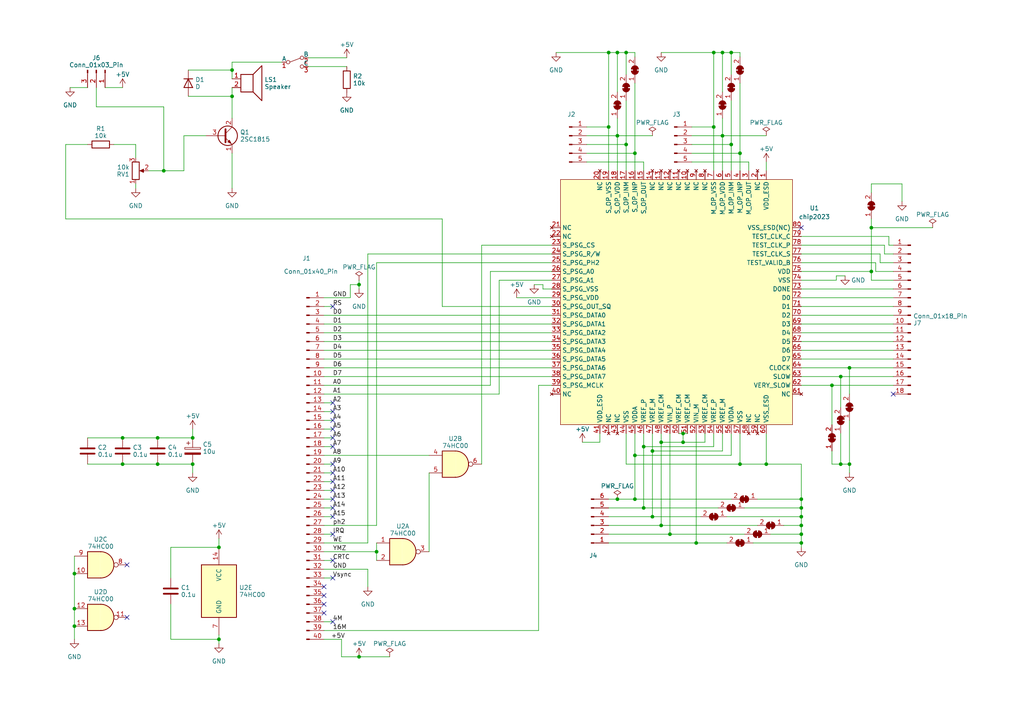
<source format=kicad_sch>
(kicad_sch (version 20250114) (generator "eeschema") (generator_version "9.0")
  (paper "A4")
  (lib_symbols
    (symbol "74xx:74HC00" (pin_names (offset 1.016))
      (property "Reference" "U" (at 0 1.27 0))
      (property "Value" "74HC00" (at 0 -1.27 0))
      (symbol "74HC00_1_1"
        (pin input line (at -7.62 2.54 0) (length 3.81) (name "~") (number "1"))
        (pin input line (at -7.62 -2.54 0) (length 3.81) (name "~") (number "2"))
        (pin output inverted (at 7.62 0 180) (length 3.81) (name "~") (number "3"))
      )
      (symbol "74HC00_1_2"
        (pin input inverted (at -7.62 2.54 0) (length 4.318) (name "~") (number "1"))
        (pin input inverted (at -7.62 -2.54 0) (length 4.318) (name "~") (number "2"))
        (pin output line (at 7.62 0 180) (length 3.81) (name "~") (number "3"))
      )
      (symbol "74HC00_2_1"
        (pin input line (at -7.62 2.54 0) (length 3.81) (name "~") (number "4"))
        (pin input line (at -7.62 -2.54 0) (length 3.81) (name "~") (number "5"))
        (pin output inverted (at 7.62 0 180) (length 3.81) (name "~") (number "6"))
      )
      (symbol "74HC00_2_2"
        (pin input inverted (at -7.62 2.54 0) (length 4.318) (name "~") (number "4"))
        (pin input inverted (at -7.62 -2.54 0) (length 4.318) (name "~") (number "5"))
        (pin output line (at 7.62 0 180) (length 3.81) (name "~") (number "6"))
      )
      (symbol "74HC00_3_1"
        (pin input line (at -7.62 2.54 0) (length 3.81) (name "~") (number "9"))
        (pin input line (at -7.62 -2.54 0) (length 3.81) (name "~") (number "10"))
        (pin output inverted (at 7.62 0 180) (length 3.81) (name "~") (number "8"))
      )
      (symbol "74HC00_3_2"
        (pin input inverted (at -7.62 2.54 0) (length 4.318) (name "~") (number "9"))
        (pin input inverted (at -7.62 -2.54 0) (length 4.318) (name "~") (number "10"))
        (pin output line (at 7.62 0 180) (length 3.81) (name "~") (number "8"))
      )
      (symbol "74HC00_4_1"
        (pin input line (at -7.62 2.54 0) (length 3.81) (name "~") (number "12"))
        (pin input line (at -7.62 -2.54 0) (length 3.81) (name "~") (number "13"))
        (pin output inverted (at 7.62 0 180) (length 3.81) (name "~") (number "11"))
      )
      (symbol "74HC00_4_2"
        (pin input inverted (at -7.62 2.54 0) (length 4.318) (name "~") (number "12"))
        (pin input inverted (at -7.62 -2.54 0) (length 4.318) (name "~") (number "13"))
        (pin output line (at 7.62 0 180) (length 3.81) (name "~") (number "11"))
      )
      (symbol "74HC00_5_0"
        (pin power_in line (at 0 12.7 270) (length 5.08) (name "VCC") (number "14"))
        (pin power_in line (at 0 -12.7 90) (length 5.08) (name "GND") (number "7"))
      )
    )
    (symbol "Connector:Conn_01x03_Pin" (pin_names (offset 1.016) (hide yes))
      (property "Reference" "J" (at 0 5.08 0))
      (property "Value" "Conn_01x03_Pin" (at 0 -5.08 0))
      (symbol "Conn_01x03_Pin_1_1"
        (pin passive line (at 5.08 2.54 180) (length 3.81) (name "Pin_1") (number "1"))
        (pin passive line (at 5.08 0 180) (length 3.81) (name "Pin_2") (number "2"))
        (pin passive line (at 5.08 -2.54 180) (length 3.81) (name "Pin_3") (number "3"))
      )
    )
    (symbol "Connector:Conn_01x05_Pin" (pin_names (offset 1.016) (hide yes))
      (property "Reference" "J" (at 0 7.62 0))
      (property "Value" "Conn_01x05_Pin" (at 0 -7.62 0))
      (symbol "Conn_01x05_Pin_1_1"
        (pin passive line (at 5.08 5.08 180) (length 3.81) (name "Pin_1") (number "1"))
        (pin passive line (at 5.08 2.54 180) (length 3.81) (name "Pin_2") (number "2"))
        (pin passive line (at 5.08 0 180) (length 3.81) (name "Pin_3") (number "3"))
        (pin passive line (at 5.08 -2.54 180) (length 3.81) (name "Pin_4") (number "4"))
        (pin passive line (at 5.08 -5.08 180) (length 3.81) (name "Pin_5") (number "5"))
      )
    )
    (symbol "Connector:Conn_01x06_Pin" (pin_names (offset 1.016) (hide yes))
      (property "Reference" "J" (at 0 7.62 0))
      (property "Value" "Conn_01x06_Pin" (at 0 -10.16 0))
      (symbol "Conn_01x06_Pin_1_1"
        (pin passive line (at 5.08 5.08 180) (length 3.81) (name "Pin_1") (number "1"))
        (pin passive line (at 5.08 2.54 180) (length 3.81) (name "Pin_2") (number "2"))
        (pin passive line (at 5.08 0 180) (length 3.81) (name "Pin_3") (number "3"))
        (pin passive line (at 5.08 -2.54 180) (length 3.81) (name "Pin_4") (number "4"))
        (pin passive line (at 5.08 -5.08 180) (length 3.81) (name "Pin_5") (number "5"))
        (pin passive line (at 5.08 -7.62 180) (length 3.81) (name "Pin_6") (number "6"))
      )
    )
    (symbol "Connector:Conn_01x18_Pin" (pin_names (offset 1.016) (hide yes))
      (property "Reference" "J" (at 0 22.86 0))
      (property "Value" "Conn_01x18_Pin" (at 0 -25.4 0))
      (symbol "Conn_01x18_Pin_1_1"
        (pin passive line (at 5.08 20.32 180) (length 3.81) (name "Pin_1") (number "1"))
        (pin passive line (at 5.08 17.78 180) (length 3.81) (name "Pin_2") (number "2"))
        (pin passive line (at 5.08 15.24 180) (length 3.81) (name "Pin_3") (number "3"))
        (pin passive line (at 5.08 12.7 180) (length 3.81) (name "Pin_4") (number "4"))
        (pin passive line (at 5.08 10.16 180) (length 3.81) (name "Pin_5") (number "5"))
        (pin passive line (at 5.08 7.62 180) (length 3.81) (name "Pin_6") (number "6"))
        (pin passive line (at 5.08 5.08 180) (length 3.81) (name "Pin_7") (number "7"))
        (pin passive line (at 5.08 2.54 180) (length 3.81) (name "Pin_8") (number "8"))
        (pin passive line (at 5.08 0 180) (length 3.81) (name "Pin_9") (number "9"))
        (pin passive line (at 5.08 -2.54 180) (length 3.81) (name "Pin_10") (number "10"))
        (pin passive line (at 5.08 -5.08 180) (length 3.81) (name "Pin_11") (number "11"))
        (pin passive line (at 5.08 -7.62 180) (length 3.81) (name "Pin_12") (number "12"))
        (pin passive line (at 5.08 -10.16 180) (length 3.81) (name "Pin_13") (number "13"))
        (pin passive line (at 5.08 -12.7 180) (length 3.81) (name "Pin_14") (number "14"))
        (pin passive line (at 5.08 -15.24 180) (length 3.81) (name "Pin_15") (number "15"))
        (pin passive line (at 5.08 -17.78 180) (length 3.81) (name "Pin_16") (number "16"))
        (pin passive line (at 5.08 -20.32 180) (length 3.81) (name "Pin_17") (number "17"))
        (pin passive line (at 5.08 -22.86 180) (length 3.81) (name "Pin_18") (number "18"))
      )
    )
    (symbol "Connector:Conn_01x40_Pin" (pin_names (offset 1.016) (hide yes))
      (property "Reference" "J" (at 0 50.8 0))
      (property "Value" "Conn_01x40_Pin" (at 0 -53.34 0))
      (symbol "Conn_01x40_Pin_1_1"
        (pin passive line (at 5.08 48.26 180) (length 3.81) (name "Pin_1") (number "1"))
        (pin passive line (at 5.08 45.72 180) (length 3.81) (name "Pin_2") (number "2"))
        (pin passive line (at 5.08 43.18 180) (length 3.81) (name "Pin_3") (number "3"))
        (pin passive line (at 5.08 40.64 180) (length 3.81) (name "Pin_4") (number "4"))
        (pin passive line (at 5.08 38.1 180) (length 3.81) (name "Pin_5") (number "5"))
        (pin passive line (at 5.08 35.56 180) (length 3.81) (name "Pin_6") (number "6"))
        (pin passive line (at 5.08 33.02 180) (length 3.81) (name "Pin_7") (number "7"))
        (pin passive line (at 5.08 30.48 180) (length 3.81) (name "Pin_8") (number "8"))
        (pin passive line (at 5.08 27.94 180) (length 3.81) (name "Pin_9") (number "9"))
        (pin passive line (at 5.08 25.4 180) (length 3.81) (name "Pin_10") (number "10"))
        (pin passive line (at 5.08 22.86 180) (length 3.81) (name "Pin_11") (number "11"))
        (pin passive line (at 5.08 20.32 180) (length 3.81) (name "Pin_12") (number "12"))
        (pin passive line (at 5.08 17.78 180) (length 3.81) (name "Pin_13") (number "13"))
        (pin passive line (at 5.08 15.24 180) (length 3.81) (name "Pin_14") (number "14"))
        (pin passive line (at 5.08 12.7 180) (length 3.81) (name "Pin_15") (number "15"))
        (pin passive line (at 5.08 10.16 180) (length 3.81) (name "Pin_16") (number "16"))
        (pin passive line (at 5.08 7.62 180) (length 3.81) (name "Pin_17") (number "17"))
        (pin passive line (at 5.08 5.08 180) (length 3.81) (name "Pin_18") (number "18"))
        (pin passive line (at 5.08 2.54 180) (length 3.81) (name "Pin_19") (number "19"))
        (pin passive line (at 5.08 0 180) (length 3.81) (name "Pin_20") (number "20"))
        (pin passive line (at 5.08 -2.54 180) (length 3.81) (name "Pin_21") (number "21"))
        (pin passive line (at 5.08 -5.08 180) (length 3.81) (name "Pin_22") (number "22"))
        (pin passive line (at 5.08 -7.62 180) (length 3.81) (name "Pin_23") (number "23"))
        (pin passive line (at 5.08 -10.16 180) (length 3.81) (name "Pin_24") (number "24"))
        (pin passive line (at 5.08 -12.7 180) (length 3.81) (name "Pin_25") (number "25"))
        (pin passive line (at 5.08 -15.24 180) (length 3.81) (name "Pin_26") (number "26"))
        (pin passive line (at 5.08 -17.78 180) (length 3.81) (name "Pin_27") (number "27"))
        (pin passive line (at 5.08 -20.32 180) (length 3.81) (name "Pin_28") (number "28"))
        (pin passive line (at 5.08 -22.86 180) (length 3.81) (name "Pin_29") (number "29"))
        (pin passive line (at 5.08 -25.4 180) (length 3.81) (name "Pin_30") (number "30"))
        (pin passive line (at 5.08 -27.94 180) (length 3.81) (name "Pin_31") (number "31"))
        (pin passive line (at 5.08 -30.48 180) (length 3.81) (name "Pin_32") (number "32"))
        (pin passive line (at 5.08 -33.02 180) (length 3.81) (name "Pin_33") (number "33"))
        (pin passive line (at 5.08 -35.56 180) (length 3.81) (name "Pin_34") (number "34"))
        (pin passive line (at 5.08 -38.1 180) (length 3.81) (name "Pin_35") (number "35"))
        (pin passive line (at 5.08 -40.64 180) (length 3.81) (name "Pin_36") (number "36"))
        (pin passive line (at 5.08 -43.18 180) (length 3.81) (name "Pin_37") (number "37"))
        (pin passive line (at 5.08 -45.72 180) (length 3.81) (name "Pin_38") (number "38"))
        (pin passive line (at 5.08 -48.26 180) (length 3.81) (name "Pin_39") (number "39"))
        (pin passive line (at 5.08 -50.8 180) (length 3.81) (name "Pin_40") (number "40"))
      )
    )
    (symbol "Device:C" (pin_numbers (hide yes)) (pin_names (offset 0.254))
      (property "Reference" "C" (at 0.635 2.54 0))
      (property "Value" "C" (at 0.635 -2.54 0))
      (symbol "C_1_1"
        (pin passive line (at 0 3.81 270) (length 2.794) (name "~") (number "1"))
        (pin passive line (at 0 -3.81 90) (length 2.794) (name "~") (number "2"))
      )
    )
    (symbol "Device:C_Polarized" (pin_numbers (hide yes)) (pin_names (offset 0.254))
      (property "Reference" "C" (at 0.635 2.54 0))
      (property "Value" "C_Polarized" (at 0.635 -2.54 0))
      (symbol "C_Polarized_1_1"
        (pin passive line (at 0 3.81 270) (length 2.794) (name "~") (number "1"))
        (pin passive line (at 0 -3.81 90) (length 2.794) (name "~") (number "2"))
      )
    )
    (symbol "Device:D" (pin_numbers (hide yes)) (pin_names (offset 1.016) (hide yes))
      (property "Reference" "D" (at 0 2.54 0))
      (property "Value" "D" (at 0 -2.54 0))
      (symbol "D_1_1"
        (pin passive line (at -3.81 0 0) (length 2.54) (name "K") (number "1"))
        (pin passive line (at 3.81 0 180) (length 2.54) (name "A") (number "2"))
      )
    )
    (symbol "Device:R" (pin_numbers (hide yes)) (pin_names (offset 0))
      (property "Reference" "R" (at 2.032 0 90))
      (property "Value" "R" (at 0 0 90))
      (symbol "R_1_1"
        (pin passive line (at 0 3.81 270) (length 1.27) (name "~") (number "1"))
        (pin passive line (at 0 -3.81 90) (length 1.27) (name "~") (number "2"))
      )
    )
    (symbol "Device:R_Potentiometer" (pin_names (offset 1.016) (hide yes))
      (property "Reference" "RV" (at -4.445 0 90))
      (property "Value" "R_Potentiometer" (at -2.54 0 90))
      (symbol "R_Potentiometer_1_1"
        (pin passive line (at 0 3.81 270) (length 1.27) (name "1") (number "1"))
        (pin passive line (at 0 -3.81 90) (length 1.27) (name "3") (number "3"))
        (pin passive line (at 3.81 0 180) (length 1.27) (name "2") (number "2"))
      )
    )
    (symbol "Device:Speaker" (pin_names (offset 0) (hide yes))
      (property "Reference" "LS" (at 1.27 5.715 0))
      (property "Value" "Speaker" (at 1.27 3.81 0))
      (symbol "Speaker_1_1"
        (pin input line (at -5.08 0 0) (length 2.54) (name "1") (number "1"))
        (pin input line (at -5.08 -2.54 0) (length 2.54) (name "2") (number "2"))
      )
    )
    (symbol "Drafting_Symbols:SW_SPDT" (pin_names (offset 0))
      (symbol "SW_SPDT_1_1"
        (pin passive line (at -3.81 0 0) (length 1.25) (name "A") (number "1"))
        (pin passive line (at 3.81 1.27 180) (length 1.25) (name "B") (number "2"))
        (pin passive line (at 3.81 -1.27 180) (length 1.25) (name "C") (number "3"))
      )
    )
    (symbol "Jumper:SolderJumper_2_Bridged" (pin_names (offset 0) (hide yes))
      (property "Reference" "JP" (at 0 2.032 0))
      (property "Value" "SolderJumper_2_Bridged" (at 0 -2.54 0))
      (symbol "SolderJumper_2_Bridged_1_1"
        (pin passive line (at -3.81 0 0) (length 2.54) (name "A") (number "1"))
        (pin passive line (at 3.81 0 180) (length 2.54) (name "B") (number "2"))
      )
    )
    (symbol "Transistor_BJT:2SC1815" (pin_names (offset 0) (hide yes))
      (property "Reference" "Q" (at 5.08 1.905 0))
      (property "Value" "2SC1815" (at 5.08 0 0))
      (symbol "2SC1815_1_1"
        (pin input line (at -5.08 0 0) (length 5.08) (name "B") (number "3"))
        (pin passive line (at 2.54 5.08 270) (length 2.54) (name "C") (number "2"))
        (pin passive line (at 2.54 -5.08 90) (length 2.54) (name "E") (number "1"))
      )
    )
    (symbol "chip2023:chip2023"
      (property "Reference" "U" (at 0 0 0))
      (property "Value" "chip2023" (at 0 0 0))
      (symbol "chip2023_1_1"
        (pin power_in line (at -68.58 -5.08 0) (length 2.54) (name "VDD_ESD") (number "1"))
        (pin no_connect line (at -68.58 -7.62 0) (length 2.54) (name "NC") (number "2"))
        (pin output line (at -68.58 -10.16 0) (length 2.54) (name "M_OP_OUT") (number "3"))
        (pin input line (at -68.58 -12.7 0) (length 2.54) (name "M_OP_INP") (number "4"))
        (pin input line (at -68.58 -15.24 0) (length 2.54) (name "M_OP_INM") (number "5"))
        (pin power_in line (at -68.58 -17.78 0) (length 2.54) (name "M_OP_VDD") (number "6"))
        (pin power_in line (at -68.58 -20.32 0) (length 2.54) (name "M_OP_VSS") (number "7"))
        (pin no_connect line (at -68.58 -22.86 0) (length 2.54) (name "NC") (number "8"))
        (pin no_connect line (at -68.58 -25.4 0) (length 2.54) (name "NC") (number "9"))
        (pin no_connect line (at -68.58 -27.94 0) (length 2.54) (name "NC") (number "10"))
        (pin no_connect line (at -68.58 -30.48 0) (length 2.54) (name "NC") (number "11"))
        (pin no_connect line (at -68.58 -33.02 0) (length 2.54) (name "NC") (number "12"))
        (pin no_connect line (at -68.58 -35.56 0) (length 2.54) (name "NC") (number "13"))
        (pin no_connect line (at -68.58 -38.1 0) (length 2.54) (name "NC") (number "14"))
        (pin output line (at -68.58 -40.64 0) (length 2.54) (name "S_OP_OUT") (number "15"))
        (pin input line (at -68.58 -43.18 0) (length 2.54) (name "S_OP_INP") (number "16"))
        (pin input line (at -68.58 -45.72 0) (length 2.54) (name "S_OP_INM") (number "17"))
        (pin power_in line (at -68.58 -48.26 0) (length 2.54) (name "S_OP_VDD") (number "18"))
        (pin power_in line (at -68.58 -50.8 0) (length 2.54) (name "S_OP_VSS") (number "19"))
        (pin no_connect line (at -68.58 -53.34 0) (length 2.54) (name "NC") (number "20"))
        (pin power_in line (at -52.07 5.08 270) (length 2.54) (name "VSS_ESD(NC)") (number "80"))
        (pin no_connect line (at -52.07 -67.31 90) (length 2.54) (name "NC") (number "21"))
        (pin output line (at -49.53 5.08 270) (length 2.54) (name "TEST_CLK_C") (number "79"))
        (pin no_connect line (at -49.53 -67.31 90) (length 2.54) (name "NC") (number "22"))
        (pin output line (at -46.99 5.08 270) (length 2.54) (name "TEST_CLK_P") (number "78"))
        (pin input line (at -46.99 -67.31 90) (length 2.54) (name "S_PSG_CS") (number "23"))
        (pin output line (at -44.45 5.08 270) (length 2.54) (name "TEST_CLK_S") (number "77"))
        (pin input line (at -44.45 -67.31 90) (length 2.54) (name "S_PSG_R/W") (number "24"))
        (pin output line (at -41.91 5.08 270) (length 2.54) (name "TEST_VALID_B") (number "76"))
        (pin input line (at -41.91 -67.31 90) (length 2.54) (name "S_PSG_PH2") (number "25"))
        (pin power_in line (at -39.37 5.08 270) (length 2.54) (name "VDD") (number "75"))
        (pin input line (at -39.37 -67.31 90) (length 2.54) (name "S_PSG_A0") (number "26"))
        (pin power_in line (at -36.83 5.08 270) (length 2.54) (name "VSS") (number "74"))
        (pin input line (at -36.83 -67.31 90) (length 2.54) (name "S_PSG_A1") (number "27"))
        (pin output line (at -34.29 5.08 270) (length 2.54) (name "DONE") (number "73"))
        (pin input line (at -34.29 -67.31 90) (length 2.54) (name "S_PSG_VSS") (number "28"))
        (pin output line (at -31.75 5.08 270) (length 2.54) (name "D0") (number "72"))
        (pin input line (at -31.75 -67.31 90) (length 2.54) (name "S_PSG_VDD") (number "29"))
        (pin output line (at -29.21 5.08 270) (length 2.54) (name "D1") (number "71"))
        (pin input line (at -29.21 -67.31 90) (length 2.54) (name "S_PSG_OUT_SQ") (number "30"))
        (pin output line (at -26.67 5.08 270) (length 2.54) (name "D2") (number "70"))
        (pin input line (at -26.67 -67.31 90) (length 2.54) (name "S_PSG_DATA0") (number "31"))
        (pin output line (at -24.13 5.08 270) (length 2.54) (name "D3") (number "69"))
        (pin input line (at -24.13 -67.31 90) (length 2.54) (name "S_PSG_DATA1") (number "32"))
        (pin output line (at -21.59 5.08 270) (length 2.54) (name "D4") (number "68"))
        (pin input line (at -21.59 -67.31 90) (length 2.54) (name "S_PSG_DATA2") (number "33"))
        (pin output line (at -19.05 5.08 270) (length 2.54) (name "D5") (number "67"))
        (pin input line (at -19.05 -67.31 90) (length 2.54) (name "S_PSG_DATA3") (number "34"))
        (pin output line (at -16.51 5.08 270) (length 2.54) (name "D6") (number "66"))
        (pin input line (at -16.51 -67.31 90) (length 2.54) (name "S_PSG_DATA4") (number "35"))
        (pin output line (at -13.97 5.08 270) (length 2.54) (name "D7") (number "65"))
        (pin input line (at -13.97 -67.31 90) (length 2.54) (name "S_PSG_DATA5") (number "36"))
        (pin input line (at -11.43 5.08 270) (length 2.54) (name "CLOCK") (number "64"))
        (pin input line (at -11.43 -67.31 90) (length 2.54) (name "S_PSG_DATA6") (number "37"))
        (pin input line (at -8.89 5.08 270) (length 2.54) (name "SLOW") (number "63"))
        (pin input line (at -8.89 -67.31 90) (length 2.54) (name "S_PSG_DATA7") (number "38"))
        (pin input line (at -6.35 5.08 270) (length 2.54) (name "VERY_SLOW") (number "62"))
        (pin input line (at -6.35 -67.31 90) (length 2.54) (name "S_PSG_MCLK") (number "39"))
        (pin no_connect line (at -3.81 5.08 270) (length 2.54) (name "NC") (number "61"))
        (pin no_connect line (at -3.81 -67.31 90) (length 2.54) (name "NC") (number "40"))
        (pin power_in line (at 7.62 -5.08 180) (length 2.54) (name "VSS_ESD") (number "60"))
        (pin no_connect line (at 7.62 -7.62 180) (length 2.54) (name "NC") (number "59"))
        (pin no_connect line (at 7.62 -10.16 180) (length 2.54) (name "NC") (number "58"))
        (pin power_in line (at 7.62 -12.7 180) (length 2.54) (name "VSS") (number "57"))
        (pin power_in line (at 7.62 -15.24 180) (length 2.54) (name "VDDA") (number "56"))
        (pin input line (at 7.62 -17.78 180) (length 2.54) (name "VREF_M") (number "55"))
        (pin input line (at 7.62 -20.32 180) (length 2.54) (name "VREF_P") (number "54"))
        (pin input line (at 7.62 -22.86 180) (length 2.54) (name "VREF_CM") (number "53"))
        (pin input line (at 7.62 -25.4 180) (length 2.54) (name "VIN_M") (number "52"))
        (pin input line (at 7.62 -27.94 180) (length 2.54) (name "VREF_CM") (number "51"))
        (pin input line (at 7.62 -30.48 180) (length 2.54) (name "VREF_CM") (number "50"))
        (pin input line (at 7.62 -33.02 180) (length 2.54) (name "VIN_P") (number "49"))
        (pin input line (at 7.62 -35.56 180) (length 2.54) (name "VREF_CM") (number "48"))
        (pin input line (at 7.62 -38.1 180) (length 2.54) (name "VREF_M") (number "47"))
        (pin input line (at 7.62 -40.64 180) (length 2.54) (name "VREF_P") (number "46"))
        (pin power_in line (at 7.62 -43.18 180) (length 2.54) (name "VDDA") (number "45"))
        (pin power_in line (at 7.62 -45.72 180) (length 2.54) (name "VSS") (number "44"))
        (pin no_connect line (at 7.62 -48.26 180) (length 2.54) (name "NC") (number "43"))
        (pin no_connect line (at 7.62 -50.8 180) (length 2.54) (name "NC") (number "42"))
        (pin power_in line (at 7.62 -53.34 180) (length 2.54) (name "VDD_ESD") (number "41"))
      )
    )
    (symbol "power:+5V" (power) (pin_names (offset 0))
      (property "Value" "+5V" (at 0 3.556 0))
      (symbol "+5V_1_1"
        (pin power_in line (at 0 0 90) (length 0) (hide yes) (name "+5V") (number "1"))
      )
    )
    (symbol "power:GND" (power) (pin_names (offset 0))
      (property "Value" "GND" (at 0 -3.81 0))
      (symbol "GND_1_1"
        (pin power_in line (at 0 0 270) (length 0) (hide yes) (name "GND") (number "1"))
      )
    )
    (symbol "power:PWR_FLAG" (power) (pin_numbers (hide yes)) (pin_names (offset 0) (hide yes))
      (property "Value" "PWR_FLAG" (at 0 3.81 0))
      (symbol "PWR_FLAG_0_0"
        (pin power_out line (at 0 0 90) (length 0) (name "pwr") (number "1"))
      )
    )
  )
  (junction (at 232.41 154.94))
  (junction (at 186.69 147.32))
  (junction (at 104.14 190.5))
  (junction (at 179.07 39.37))
  (junction (at 246.38 134.62))
  (junction (at 209.55 15.24))
  (junction (at 104.14 82.55))
  (junction (at 243.84 109.22))
  (junction (at 232.41 147.32))
  (junction (at 179.07 15.24))
  (junction (at 179.07 144.78))
  (junction (at 232.41 144.78))
  (junction (at 214.63 134.62))
  (junction (at 214.63 44.45))
  (junction (at 45.72 134.62))
  (junction (at 55.88 134.62))
  (junction (at 252.73 66.04))
  (junction (at 63.5 185.42))
  (junction (at 35.56 134.62))
  (junction (at 176.53 36.83))
  (junction (at 47.498 49.53))
  (junction (at 198.12 125.73))
  (junction (at 21.59 181.61))
  (junction (at 176.53 15.24))
  (junction (at 191.77 152.4))
  (junction (at 252.73 78.74))
  (junction (at 45.72 127))
  (junction (at 232.41 157.48))
  (junction (at 184.15 132.08))
  (junction (at 212.09 15.24))
  (junction (at 201.93 157.48))
  (junction (at 21.59 176.53))
  (junction (at 191.77 128.27))
  (junction (at 207.01 15.24))
  (junction (at 55.88 127))
  (junction (at 184.15 144.78))
  (junction (at 184.15 44.45))
  (junction (at 181.61 41.91))
  (junction (at 109.22 160.02))
  (junction (at 241.3 111.76))
  (junction (at 212.09 41.91))
  (junction (at 194.31 154.94))
  (junction (at 198.12 128.27))
  (junction (at 21.59 166.37))
  (junction (at 181.61 15.24))
  (junction (at 209.55 39.37))
  (junction (at 246.38 106.68))
  (junction (at 186.69 129.54))
  (junction (at 67.31 20.32))
  (junction (at 67.31 27.94))
  (junction (at 232.41 152.4))
  (junction (at 35.56 127))
  (junction (at 63.5 158.75))
  (junction (at 222.25 134.62))
  (junction (at 232.41 149.86))
  (junction (at 243.84 134.62))
  (junction (at 189.23 130.81))
  (junction (at 189.23 149.86))
  (junction (at 207.01 36.83))
  (no_connect (at 96.52 162.56))
  (no_connect (at 96.52 124.46))
  (no_connect (at 36.83 163.83))
  (no_connect (at 93.98 172.72))
  (no_connect (at 96.52 147.32))
  (no_connect (at 96.52 180.34))
  (no_connect (at 96.52 121.92))
  (no_connect (at 93.98 170.18))
  (no_connect (at 36.83 179.07))
  (no_connect (at 96.52 116.84))
  (no_connect (at 96.52 139.7))
  (no_connect (at 96.52 134.62))
  (no_connect (at 96.52 127))
  (no_connect (at 96.52 142.24))
  (no_connect (at 96.52 149.86))
  (no_connect (at 96.52 144.78))
  (no_connect (at 96.52 154.94))
  (no_connect (at 232.41 66.04))
  (no_connect (at 96.52 167.64))
  (no_connect (at 259.08 114.3))
  (no_connect (at 96.52 88.9))
  (no_connect (at 96.52 137.16))
  (no_connect (at 93.98 177.8))
  (no_connect (at 96.52 119.38))
  (no_connect (at 96.52 129.54))
  (no_connect (at 93.98 175.26))
  (wire (pts (xy 256.54 73.66) (xy 259.08 73.66)))
  (wire (pts (xy 170.18 39.37) (xy 179.07 39.37)))
  (wire (pts (xy 200.66 36.83) (xy 207.01 36.83)))
  (wire (pts (xy 149.86 86.36) (xy 160.02 86.36)))
  (wire (pts (xy 63.5 184.15) (xy 63.5 185.42)))
  (wire (pts (xy 45.72 134.62) (xy 55.88 134.62)))
  (wire (pts (xy 157.48 83.82) (xy 160.02 83.82)))
  (wire (pts (xy 93.98 127) (xy 96.52 127)))
  (wire (pts (xy 109.22 160.02) (xy 109.22 162.56)))
  (wire (pts (xy 200.66 41.91) (xy 212.09 41.91)))
  (wire (pts (xy 63.5 186.69) (xy 63.5 185.42)))
  (wire (pts (xy 93.98 160.02) (xy 109.22 160.02)))
  (wire (pts (xy 243.84 134.62) (xy 246.38 134.62)))
  (wire (pts (xy 212.09 144.78) (xy 184.15 144.78)))
  (wire (pts (xy 252.73 81.28) (xy 252.73 78.74)))
  (wire (pts (xy 45.72 127) (xy 55.88 127)))
  (wire (pts (xy 176.53 36.83) (xy 176.53 49.53)))
  (wire (pts (xy 242.57 80.01) (xy 245.11 80.01)))
  (wire (pts (xy 93.98 99.06) (xy 160.02 99.06)))
  (wire (pts (xy 170.18 46.99) (xy 186.69 46.99)))
  (wire (pts (xy 168.91 128.27) (xy 173.99 128.27)))
  (wire (pts (xy 93.98 185.42) (xy 99.06 185.42)))
  (wire (pts (xy 232.41 152.4) (xy 232.41 154.94)))
  (wire (pts (xy 55.88 134.62) (xy 55.88 137.16)))
  (wire (pts (xy 232.41 154.94) (xy 232.41 157.48)))
  (wire (pts (xy 53.34 49.53) (xy 53.34 39.37)))
  (wire (pts (xy 156.21 182.88) (xy 156.21 111.76)))
  (wire (pts (xy 93.98 154.94) (xy 96.52 154.94)))
  (wire (pts (xy 93.98 182.88) (xy 156.21 182.88)))
  (wire (pts (xy 184.15 144.78) (xy 179.07 144.78)))
  (wire (pts (xy 255.27 76.2) (xy 259.08 76.2)))
  (wire (pts (xy 232.41 83.82) (xy 259.08 83.82)))
  (wire (pts (xy 104.14 190.5) (xy 99.06 190.5)))
  (wire (pts (xy 207.01 36.83) (xy 207.01 49.53)))
  (wire (pts (xy 170.18 36.83) (xy 176.53 36.83)))
  (wire (pts (xy 215.9 147.32) (xy 232.41 147.32)))
  (wire (pts (xy 218.44 157.48) (xy 232.41 157.48)))
  (wire (pts (xy 181.61 29.21) (xy 181.61 41.91)))
  (wire (pts (xy 93.98 147.32) (xy 96.52 147.32)))
  (wire (pts (xy 214.63 44.45) (xy 214.63 49.53)))
  (wire (pts (xy 255.27 73.66) (xy 232.41 73.66)))
  (wire (pts (xy 214.63 24.13) (xy 214.63 44.45)))
  (wire (pts (xy 257.81 71.12) (xy 257.81 68.58)))
  (wire (pts (xy 212.09 29.21) (xy 212.09 41.91)))
  (wire (pts (xy 179.07 15.24) (xy 179.07 26.67)))
  (wire (pts (xy 217.17 46.99) (xy 217.17 49.53)))
  (wire (pts (xy 93.98 165.1) (xy 106.68 165.1)))
  (wire (pts (xy 109.22 152.4) (xy 109.22 76.2)))
  (wire (pts (xy 186.69 46.99) (xy 186.69 49.53)))
  (wire (pts (xy 67.31 34.29) (xy 67.31 27.94)))
  (wire (pts (xy 106.68 73.66) (xy 106.68 157.48)))
  (wire (pts (xy 214.63 134.62) (xy 222.25 134.62)))
  (wire (pts (xy 198.12 125.73) (xy 199.39 125.73)))
  (wire (pts (xy 93.98 129.54) (xy 96.52 129.54)))
  (wire (pts (xy 232.41 101.6) (xy 259.08 101.6)))
  (wire (pts (xy 184.15 132.08) (xy 184.15 144.78)))
  (wire (pts (xy 104.14 81.28) (xy 104.14 82.55)))
  (wire (pts (xy 93.98 121.92) (xy 96.52 121.92)))
  (wire (pts (xy 93.98 93.98) (xy 160.02 93.98)))
  (wire (pts (xy 189.23 130.81) (xy 189.23 149.86)))
  (wire (pts (xy 27.94 25.4) (xy 27.94 30.988)))
  (wire (pts (xy 212.09 15.24) (xy 212.09 21.59)))
  (wire (pts (xy 89.408 19.304) (xy 100.584 19.304)))
  (wire (pts (xy 181.61 134.62) (xy 214.63 134.62)))
  (wire (pts (xy 261.62 53.34) (xy 261.62 58.42)))
  (wire (pts (xy 21.59 166.37) (xy 21.59 176.53)))
  (wire (pts (xy 19.05 41.91) (xy 25.4 41.91)))
  (wire (pts (xy 252.73 63.5) (xy 252.73 66.04)))
  (wire (pts (xy 181.61 15.24) (xy 181.61 21.59)))
  (wire (pts (xy 63.5 156.21) (xy 63.5 158.75)))
  (wire (pts (xy 257.81 68.58) (xy 232.41 68.58)))
  (wire (pts (xy 93.98 116.84) (xy 96.52 116.84)))
  (wire (pts (xy 93.98 124.46) (xy 96.52 124.46)))
  (wire (pts (xy 241.3 123.19) (xy 241.3 111.76)))
  (wire (pts (xy 200.66 46.99) (xy 217.17 46.99)))
  (wire (pts (xy 104.14 82.55) (xy 104.14 83.82)))
  (wire (pts (xy 232.41 157.48) (xy 232.41 158.75)))
  (wire (pts (xy 144.78 81.28) (xy 160.02 81.28)))
  (wire (pts (xy 93.98 114.3) (xy 144.78 114.3)))
  (wire (pts (xy 93.98 149.86) (xy 96.52 149.86)))
  (wire (pts (xy 203.2 149.86) (xy 189.23 149.86)))
  (wire (pts (xy 128.27 88.9) (xy 160.02 88.9)))
  (wire (pts (xy 207.01 15.24) (xy 209.55 15.24)))
  (wire (pts (xy 176.53 15.24) (xy 176.53 36.83)))
  (wire (pts (xy 170.18 41.91) (xy 181.61 41.91)))
  (wire (pts (xy 252.73 55.88) (xy 252.73 53.34)))
  (wire (pts (xy 93.98 180.34) (xy 96.52 180.34)))
  (wire (pts (xy 196.85 125.73) (xy 198.12 125.73)))
  (wire (pts (xy 142.24 78.74) (xy 160.02 78.74)))
  (wire (pts (xy 207.01 125.73) (xy 207.01 129.54)))
  (wire (pts (xy 89.408 16.764) (xy 100.584 16.764)))
  (wire (pts (xy 21.59 161.29) (xy 21.59 166.37)))
  (wire (pts (xy 160.02 71.12) (xy 139.7 71.12)))
  (wire (pts (xy 179.07 39.37) (xy 189.23 39.37)))
  (wire (pts (xy 27.94 30.988) (xy 47.498 30.988)))
  (wire (pts (xy 214.63 134.62) (xy 214.63 125.73)))
  (wire (pts (xy 93.98 88.9) (xy 96.52 88.9)))
  (wire (pts (xy 104.14 190.5) (xy 113.03 190.5)))
  (wire (pts (xy 189.23 130.81) (xy 209.55 130.81)))
  (wire (pts (xy 232.41 78.74) (xy 252.73 78.74)))
  (wire (pts (xy 142.24 111.76) (xy 142.24 78.74)))
  (wire (pts (xy 255.27 76.2) (xy 255.27 73.66)))
  (wire (pts (xy 222.25 125.73) (xy 222.25 134.62)))
  (wire (pts (xy 215.9 154.94) (xy 194.31 154.94)))
  (wire (pts (xy 207.01 15.24) (xy 191.77 15.24)))
  (wire (pts (xy 232.41 88.9) (xy 259.08 88.9)))
  (wire (pts (xy 139.7 71.12) (xy 139.7 134.62)))
  (wire (pts (xy 181.61 125.73) (xy 181.61 134.62)))
  (wire (pts (xy 241.3 111.76) (xy 259.08 111.76)))
  (wire (pts (xy 93.98 106.68) (xy 160.02 106.68)))
  (wire (pts (xy 243.84 109.22) (xy 259.08 109.22)))
  (wire (pts (xy 93.98 91.44) (xy 160.02 91.44)))
  (wire (pts (xy 184.15 15.24) (xy 184.15 16.51)))
  (wire (pts (xy 93.98 167.64) (xy 96.52 167.64)))
  (wire (pts (xy 93.98 134.62) (xy 96.52 134.62)))
  (wire (pts (xy 243.84 125.73) (xy 243.84 134.62)))
  (wire (pts (xy 212.09 15.24) (xy 214.63 15.24)))
  (wire (pts (xy 181.61 15.24) (xy 184.15 15.24)))
  (wire (pts (xy 232.41 144.78) (xy 232.41 147.32)))
  (wire (pts (xy 39.37 53.34) (xy 39.37 54.61)))
  (wire (pts (xy 93.98 111.76) (xy 142.24 111.76)))
  (wire (pts (xy 93.98 104.14) (xy 160.02 104.14)))
  (wire (pts (xy 47.498 30.988) (xy 47.498 49.53)))
  (wire (pts (xy 63.5 158.75) (xy 49.53 158.75)))
  (wire (pts (xy 261.62 53.34) (xy 252.73 53.34)))
  (wire (pts (xy 93.98 152.4) (xy 109.22 152.4)))
  (wire (pts (xy 232.41 104.14) (xy 259.08 104.14)))
  (wire (pts (xy 186.69 147.32) (xy 176.53 147.32)))
  (wire (pts (xy 93.98 157.48) (xy 106.68 157.48)))
  (wire (pts (xy 67.31 18.034) (xy 67.31 20.32)))
  (wire (pts (xy 170.18 44.45) (xy 184.15 44.45)))
  (wire (pts (xy 209.55 15.24) (xy 209.55 26.67)))
  (wire (pts (xy 128.27 63.5) (xy 128.27 88.9)))
  (wire (pts (xy 200.66 39.37) (xy 209.55 39.37)))
  (wire (pts (xy 93.98 142.24) (xy 96.52 142.24)))
  (wire (pts (xy 124.46 137.16) (xy 124.46 160.02)))
  (wire (pts (xy 209.55 34.29) (xy 209.55 39.37)))
  (wire (pts (xy 232.41 106.68) (xy 246.38 106.68)))
  (wire (pts (xy 232.41 71.12) (xy 256.54 71.12)))
  (wire (pts (xy 106.68 170.18) (xy 106.68 165.1)))
  (wire (pts (xy 209.55 15.24) (xy 212.09 15.24)))
  (wire (pts (xy 49.53 185.42) (xy 49.53 175.26)))
  (wire (pts (xy 101.6 82.55) (xy 101.6 86.36)))
  (wire (pts (xy 176.53 157.48) (xy 201.93 157.48)))
  (wire (pts (xy 232.41 134.62) (xy 232.41 144.78)))
  (wire (pts (xy 93.98 139.7) (xy 96.52 139.7)))
  (wire (pts (xy 93.98 101.6) (xy 160.02 101.6)))
  (wire (pts (xy 67.31 22.86) (xy 67.31 20.32)))
  (wire (pts (xy 198.12 128.27) (xy 204.47 128.27)))
  (wire (pts (xy 99.06 190.5) (xy 99.06 185.42)))
  (wire (pts (xy 30.48 25.4) (xy 35.56 25.4)))
  (wire (pts (xy 246.38 134.62) (xy 246.38 137.16)))
  (wire (pts (xy 232.41 109.22) (xy 243.84 109.22)))
  (wire (pts (xy 210.82 149.86) (xy 232.41 149.86)))
  (wire (pts (xy 67.31 44.45) (xy 67.31 54.61)))
  (wire (pts (xy 256.54 73.66) (xy 256.54 71.12)))
  (wire (pts (xy 232.41 86.36) (xy 259.08 86.36)))
  (wire (pts (xy 223.52 154.94) (xy 232.41 154.94)))
  (wire (pts (xy 154.94 82.55) (xy 157.48 82.55)))
  (wire (pts (xy 93.98 109.22) (xy 160.02 109.22)))
  (wire (pts (xy 160.02 73.66) (xy 106.68 73.66)))
  (wire (pts (xy 39.37 41.91) (xy 39.37 45.72)))
  (wire (pts (xy 21.59 181.61) (xy 21.59 185.42)))
  (wire (pts (xy 241.3 134.62) (xy 243.84 134.62)))
  (wire (pts (xy 176.53 154.94) (xy 194.31 154.94)))
  (wire (pts (xy 47.498 49.53) (xy 53.34 49.53)))
  (wire (pts (xy 49.53 158.75) (xy 49.53 167.64)))
  (wire (pts (xy 186.69 125.73) (xy 186.69 129.54)))
  (wire (pts (xy 93.98 162.56) (xy 96.52 162.56)))
  (wire (pts (xy 43.18 49.53) (xy 47.498 49.53)))
  (wire (pts (xy 184.15 125.73) (xy 184.15 132.08)))
  (wire (pts (xy 176.53 15.24) (xy 161.29 15.24)))
  (wire (pts (xy 191.77 128.27) (xy 198.12 128.27)))
  (wire (pts (xy 19.05 63.5) (xy 128.27 63.5)))
  (wire (pts (xy 35.56 134.62) (xy 45.72 134.62)))
  (wire (pts (xy 184.15 24.13) (xy 184.15 44.45)))
  (wire (pts (xy 33.02 41.91) (xy 39.37 41.91)))
  (wire (pts (xy 181.61 41.91) (xy 181.61 49.53)))
  (wire (pts (xy 93.98 137.16) (xy 96.52 137.16)))
  (wire (pts (xy 53.34 39.37) (xy 59.69 39.37)))
  (wire (pts (xy 191.77 125.73) (xy 191.77 128.27)))
  (wire (pts (xy 93.98 96.52) (xy 160.02 96.52)))
  (wire (pts (xy 257.81 71.12) (xy 259.08 71.12)))
  (wire (pts (xy 254 78.74) (xy 259.08 78.74)))
  (wire (pts (xy 252.73 66.04) (xy 252.73 78.74)))
  (wire (pts (xy 25.4 127) (xy 35.56 127)))
  (wire (pts (xy 246.38 121.92) (xy 246.38 134.62)))
  (wire (pts (xy 176.53 149.86) (xy 189.23 149.86)))
  (wire (pts (xy 19.05 41.91) (xy 19.05 63.5)))
  (wire (pts (xy 243.84 109.22) (xy 243.84 118.11)))
  (wire (pts (xy 179.07 34.29) (xy 179.07 39.37)))
  (wire (pts (xy 184.15 44.45) (xy 184.15 49.53)))
  (wire (pts (xy 21.59 176.53) (xy 21.59 181.61)))
  (wire (pts (xy 184.15 132.08) (xy 212.09 132.08)))
  (wire (pts (xy 186.69 129.54) (xy 186.69 147.32)))
  (wire (pts (xy 93.98 144.78) (xy 96.52 144.78)))
  (wire (pts (xy 232.41 147.32) (xy 232.41 149.86)))
  (wire (pts (xy 54.61 27.94) (xy 67.31 27.94)))
  (wire (pts (xy 222.25 134.62) (xy 232.41 134.62)))
  (wire (pts (xy 254 78.74) (xy 254 76.2)))
  (wire (pts (xy 101.6 82.55) (xy 104.14 82.55)))
  (wire (pts (xy 198.12 125.73) (xy 198.12 128.27)))
  (wire (pts (xy 246.38 106.68) (xy 259.08 106.68)))
  (wire (pts (xy 232.41 149.86) (xy 232.41 152.4)))
  (wire (pts (xy 144.78 114.3) (xy 144.78 81.28)))
  (wire (pts (xy 194.31 125.73) (xy 194.31 154.94)))
  (wire (pts (xy 93.98 86.36) (xy 101.6 86.36)))
  (wire (pts (xy 209.55 39.37) (xy 209.55 49.53)))
  (wire (pts (xy 156.21 111.76) (xy 160.02 111.76)))
  (wire (pts (xy 232.41 99.06) (xy 259.08 99.06)))
  (wire (pts (xy 232.41 93.98) (xy 259.08 93.98)))
  (wire (pts (xy 109.22 76.2) (xy 160.02 76.2)))
  (wire (pts (xy 179.07 39.37) (xy 179.07 49.53)))
  (wire (pts (xy 227.33 152.4) (xy 232.41 152.4)))
  (wire (pts (xy 67.31 20.32) (xy 54.61 20.32)))
  (wire (pts (xy 232.41 96.52) (xy 259.08 96.52)))
  (wire (pts (xy 35.56 127) (xy 45.72 127)))
  (wire (pts (xy 20.32 25.4) (xy 25.4 25.4)))
  (wire (pts (xy 207.01 15.24) (xy 207.01 36.83)))
  (wire (pts (xy 208.28 147.32) (xy 186.69 147.32)))
  (wire (pts (xy 222.25 46.99) (xy 222.25 49.53)))
  (wire (pts (xy 176.53 15.24) (xy 179.07 15.24)))
  (wire (pts (xy 242.57 81.28) (xy 232.41 81.28)))
  (wire (pts (xy 67.31 18.034) (xy 81.788 18.034)))
  (wire (pts (xy 214.63 15.24) (xy 214.63 16.51)))
  (wire (pts (xy 109.22 157.48) (xy 109.22 160.02)))
  (wire (pts (xy 232.41 91.44) (xy 259.08 91.44)))
  (wire (pts (xy 63.5 185.42) (xy 49.53 185.42)))
  (wire (pts (xy 93.98 119.38) (xy 96.52 119.38)))
  (wire (pts (xy 254 76.2) (xy 232.41 76.2)))
  (wire (pts (xy 207.01 129.54) (xy 186.69 129.54)))
  (wire (pts (xy 25.4 134.62) (xy 35.56 134.62)))
  (wire (pts (xy 157.48 82.55) (xy 157.48 83.82)))
  (wire (pts (xy 246.38 114.3) (xy 246.38 106.68)))
  (wire (pts (xy 179.07 15.24) (xy 181.61 15.24)))
  (wire (pts (xy 189.23 125.73) (xy 189.23 130.81)))
  (wire (pts (xy 209.55 130.81) (xy 209.55 125.73)))
  (wire (pts (xy 212.09 132.08) (xy 212.09 125.73)))
  (wire (pts (xy 93.98 132.08) (xy 124.46 132.08)))
  (wire (pts (xy 200.66 44.45) (xy 214.63 44.45)))
  (wire (pts (xy 201.93 157.48) (xy 201.93 125.73)))
  (wire (pts (xy 252.73 66.04) (xy 270.51 66.04)))
  (wire (pts (xy 242.57 80.01) (xy 242.57 81.28)))
  (wire (pts (xy 210.82 157.48) (xy 201.93 157.48)))
  (wire (pts (xy 179.07 144.78) (xy 176.53 144.78)))
  (wire (pts (xy 209.55 39.37) (xy 222.25 39.37)))
  (wire (pts (xy 191.77 128.27) (xy 191.77 152.4)))
  (wire (pts (xy 176.53 152.4) (xy 191.77 152.4)))
  (wire (pts (xy 219.71 152.4) (xy 191.77 152.4)))
  (wire (pts (xy 219.71 144.78) (xy 232.41 144.78)))
  (wire (pts (xy 55.88 127) (xy 55.88 124.46)))
  (wire (pts (xy 241.3 130.81) (xy 241.3 134.62)))
  (wire (pts (xy 204.47 128.27) (xy 204.47 125.73)))
  (wire (pts (xy 212.09 41.91) (xy 212.09 49.53)))
  (wire (pts (xy 232.41 111.76) (xy 241.3 111.76)))
  (wire (pts (xy 173.99 128.27) (xy 173.99 125.73)))
  (wire (pts (xy 252.73 81.28) (xy 259.08 81.28)))
  (wire (pts (xy 67.31 25.4) (xy 67.31 27.94)))
  (label "A5" (at 96.52 124.46 0))
  (label "D3" (at 96.52 99.06 0))
  (label "D5" (at 96.52 104.14 0))
  (label "D2" (at 96.52 96.52 0))
  (label "A0" (at 96.52 111.76 0))
  (label "16M" (at 96.52 182.88 0))
  (label "IRQ" (at 96.52 154.94 0))
  (label "A15" (at 96.52 149.86 0))
  (label "A7" (at 96.52 129.54 0))
  (label "A14" (at 96.52 147.32 0))
  (label "Vsync" (at 96.52 167.64 0))
  (label "A9" (at 96.52 134.62 0))
  (label "A4" (at 96.52 121.92 0))
  (label "D1" (at 96.52 93.98 0))
  (label "A13" (at 96.52 144.78 0))
  (label "D6" (at 96.52 106.68 0))
  (label "GND" (at 96.52 165.1 0))
  (label "WE" (at 96.52 157.48 0))
  (label "A3" (at 96.52 119.38 0))
  (label "A8" (at 96.52 132.08 0))
  (label "4M" (at 96.52 180.34 0))
  (label "A2" (at 96.52 116.84 0))
  (label "CRTC" (at 96.52 162.56 0))
  (label "RS" (at 96.52 88.9 0))
  (label "A1" (at 96.52 114.3 0))
  (label "+5V" (at 96.012 185.42 0))
  (label "ph2" (at 96.52 152.4 0))
  (label "D7" (at 96.52 109.22 0))
  (label "A6" (at 96.52 127 0))
  (label "D0" (at 96.52 91.44 0))
  (label "A12" (at 96.52 142.24 0))
  (label "GND" (at 96.52 86.36 0))
  (label "A10" (at 96.52 137.16 0))
  (label "A11" (at 96.52 139.7 0))
  (label "D4" (at 96.52 101.6 0))
  (label "YMZ" (at 96.52 160.02 0))
  (symbol (lib_id "power:GND") (at 67.31 54.61 0) (unit 1)
    (property "Reference" "#PWR014" (effects (hide yes)))
    (property "Value" "GND" (at 67.31 59.69 0))
  )
  (symbol (lib_id "Device:C_Polarized") (at 55.88 130.81 0) (unit 1)
    (property "Reference" "C5" (at 58.801 128.897 0) (effects (justify left)))
    (property "Value" "10u" (at 58.801 130.945 0) (effects (justify left)))
    (property "Footprint" "Capacitor_THT:CP_Radial_D6.3mm_P2.50mm" (effects (hide yes)))
  )
  (symbol (lib_id "74xx:74HC00") (at 29.21 179.07 0) (unit 4)
    (property "Reference" "U2" (at 29.2017 171.68 0))
    (property "Value" "74HC00" (at 29.2017 173.728 0))
    (property "Footprint" "Package_DIP:DIP-14_W7.62mm_Socket_LongPads" (effects (hide yes)))
    (property "Datasheet" "http://www.ti.com/lit/gpn/sn74hc00" (effects (hide yes)))
  )
  (symbol (lib_id "Jumper:SolderJumper_2_Bridged") (at 209.55 30.48 90) (unit 1)
    (property "Reference" "JP3" (effects (hide yes)))
    (property "Value" "SolderJumper_2_Bridged" (effects (hide yes)))
    (property "Footprint" "Jumper:SolderJumper-2_P1.3mm_Bridged2Bar_RoundedPad1.0x1.5mm" (effects (hide yes)))
  )
  (symbol (lib_id "Jumper:SolderJumper_2_Bridged") (at 212.09 147.32 0) (mirror y) (unit 1)
    (property "Reference" "JP11" (effects (hide yes)))
    (property "Value" "SolderJumper_2_Bridged" (effects (hide yes)))
    (property "Footprint" "Jumper:SolderJumper-2_P1.3mm_Bridged2Bar_RoundedPad1.0x1.5mm" (effects (hide yes)))
  )
  (symbol (lib_id "Connector:Conn_01x06_Pin") (at 171.45 152.4 0) (mirror x) (unit 1)
    (property "Reference" "J4" (at 172.085 161.1362 0))
    (property "Value" "Conn_01x06_Pin" (effects (hide yes)))
    (property "Footprint" "Connector_PinHeader_2.54mm:PinHeader_1x06_P2.54mm_Horizontal" (effects (hide yes)))
  )
  (symbol (lib_id "Jumper:SolderJumper_2_Bridged") (at 181.61 25.4 90) (unit 1)
    (property "Reference" "JP1" (effects (hide yes)))
    (property "Value" "SolderJumper_2_Bridged" (effects (hide yes)))
    (property "Footprint" "Jumper:SolderJumper-2_P1.3mm_Bridged2Bar_RoundedPad1.0x1.5mm" (effects (hide yes)))
  )
  (symbol (lib_id "Jumper:SolderJumper_2_Bridged") (at 246.38 118.11 90) (unit 1)
    (property "Reference" "JP15" (effects (hide yes)))
    (property "Value" "SolderJumper_2_Bridged" (effects (hide yes)))
    (property "Footprint" "Jumper:SolderJumper-2_P1.3mm_Bridged2Bar_RoundedPad1.0x1.5mm" (effects (hide yes)))
  )
  (symbol (lib_id "power:PWR_FLAG") (at 270.51 66.04 0) (unit 1)
    (property "Reference" "#FLG04" (effects (hide yes)))
    (property "Value" "PWR_FLAG" (at 270.51 62.23 0))
  )
  (symbol (lib_id "power:GND") (at 232.41 158.75 0) (unit 1)
    (property "Reference" "#PWR01" (effects (hide yes)))
    (property "Value" "GND" (at 232.41 163.83 0))
  )
  (symbol (lib_id "Connector:Conn_01x03_Pin") (at 27.94 20.32 270) (unit 1)
    (property "Reference" "J6" (at 27.94 16.7908 90))
    (property "Value" "Conn_01x03_Pin" (at 27.94 18.8388 90))
    (property "Footprint" "Connector_PinSocket_2.54mm:PinSocket_1x03_P2.54mm_Horizontal" (effects (hide yes)))
  )
  (symbol (lib_id "Connector:Conn_01x05_Pin") (at 195.58 41.91 0) (unit 1)
    (property "Reference" "J3" (at 196.215 33.1738 0))
    (property "Value" "Conn_01x05_Pin" (effects (hide yes)))
    (property "Footprint" "Connector_PinHeader_2.54mm:PinHeader_1x05_P2.54mm_Horizontal" (effects (hide yes)))
  )
  (symbol (lib_id "Jumper:SolderJumper_2_Bridged") (at 223.52 152.4 0) (mirror y) (unit 1)
    (property "Reference" "JP7" (effects (hide yes)))
    (property "Value" "SolderJumper_2_Bridged" (effects (hide yes)))
    (property "Footprint" "Jumper:SolderJumper-2_P1.3mm_Bridged2Bar_RoundedPad1.0x1.5mm" (effects (hide yes)))
  )
  (symbol (lib_id "Connector:Conn_01x18_Pin") (at 264.16 91.44 0) (mirror y) (unit 1)
    (property "Reference" "J7" (at 264.8712 93.734 0) (effects (justify right)))
    (property "Value" "Conn_01x18_Pin" (at 264.8712 91.686 0) (effects (justify right)))
    (property "Footprint" "Connector_PinHeader_2.54mm:PinHeader_2x09_P2.54mm_Horizontal" (effects (hide yes)))
  )
  (symbol (lib_id "power:GND") (at 154.94 82.55 0) (unit 1)
    (property "Reference" "#PWR03" (effects (hide yes)))
    (property "Value" "GND" (at 154.94 87.63 0))
  )
  (symbol (lib_id "power:+5V") (at 149.86 86.36 0) (unit 1)
    (property "Reference" "#PWR06" (effects (hide yes)))
    (property "Value" "+5V" (at 149.86 82.55 0))
  )
  (symbol (lib_id "Device:R") (at 29.21 41.91 90) (unit 1)
    (property "Reference" "R1" (at 29.21 37.314 90))
    (property "Value" "10k" (at 29.21 39.362 90))
    (property "Footprint" "Resistor_THT:R_Axial_DIN0207_L6.3mm_D2.5mm_P7.62mm_Horizontal" (effects (hide yes)))
  )
  (symbol (lib_id "power:GND") (at 20.32 25.4 0) (unit 1)
    (property "Reference" "#PWR023" (effects (hide yes)))
    (property "Value" "GND" (at 20.32 30.48 0))
  )
  (symbol (lib_id "power:GND") (at 104.14 83.82 0) (unit 1)
    (property "Reference" "#PWR02" (effects (hide yes)))
    (property "Value" "GND" (at 104.14 88.9 0))
  )
  (symbol (lib_id "power:GND") (at 161.29 15.24 0) (unit 1)
    (property "Reference" "#PWR09" (effects (hide yes)))
    (property "Value" "GND" (at 161.29 20.32 0))
  )
  (symbol (lib_id "power:GND") (at 106.68 170.18 0) (unit 1)
    (property "Reference" "#PWR07" (effects (hide yes)))
    (property "Value" "GND" (at 106.68 175.26 0))
  )
  (symbol (lib_id "power:GND") (at 245.11 80.01 0) (unit 1)
    (property "Reference" "#PWR011" (effects (hide yes)))
    (property "Value" "GND" (at 248.92 81.28 0))
  )
  (symbol (lib_id "Device:C") (at 35.56 130.81 0) (unit 1)
    (property "Reference" "C3" (at 38.481 129.786 0) (effects (justify left)))
    (property "Value" "0.1u" (at 38.481 131.834 0) (effects (justify left)))
    (property "Footprint" "Capacitor_SMD:C_0603_1608Metric_Pad1.08x0.95mm_HandSolder" (effects (hide yes)))
  )
  (symbol (lib_id "Device:C") (at 45.72 130.81 0) (unit 1)
    (property "Reference" "C4" (at 48.641 129.786 0) (effects (justify left)))
    (property "Value" "0.1u" (at 48.641 131.834 0) (effects (justify left)))
    (property "Footprint" "Capacitor_SMD:C_0603_1608Metric_Pad1.08x0.95mm_HandSolder" (effects (hide yes)))
  )
  (symbol (lib_id "Jumper:SolderJumper_2_Bridged") (at 252.73 59.69 90) (unit 1)
    (property "Reference" "JP6" (effects (hide yes)))
    (property "Value" "SolderJumper_2_Bridged" (effects (hide yes)))
    (property "Footprint" "Jumper:SolderJumper-2_P1.3mm_Bridged2Bar_RoundedPad1.0x1.5mm" (effects (hide yes)))
  )
  (symbol (lib_id "Jumper:SolderJumper_2_Bridged") (at 241.3 127 90) (unit 1)
    (property "Reference" "JP13" (effects (hide yes)))
    (property "Value" "SolderJumper_2_Bridged" (effects (hide yes)))
    (property "Footprint" "Jumper:SolderJumper-2_P1.3mm_Bridged2Bar_RoundedPad1.0x1.5mm" (effects (hide yes)))
  )
  (symbol (lib_id "Device:C") (at 25.4 130.81 0) (unit 1)
    (property "Reference" "C2" (at 28.321 129.786 0) (effects (justify left)))
    (property "Value" "0.1u" (at 28.321 131.834 0) (effects (justify left)))
    (property "Footprint" "Capacitor_SMD:C_0603_1608Metric_Pad1.08x0.95mm_HandSolder" (effects (hide yes)))
  )
  (symbol (lib_id "power:PWR_FLAG") (at 189.23 39.37 0) (unit 1)
    (property "Reference" "#FLG06" (effects (hide yes)))
    (property "Value" "PWR_FLAG" (at 189.23 35.56 0))
  )
  (symbol (lib_id "Drafting_Symbols:SW_SPDT") (at 85.598 18.034 0) (unit 1)
    (property "Reference" "SW1" (effects (hide yes)))
    (property "Value" "SW_SPDT" (effects (hide yes)))
    (property "Footprint" "Library:ISH-1260-HA-G" (effects (hide yes)))
  )
  (symbol (lib_id "power:GND") (at 100.584 26.924 0) (unit 1)
    (property "Reference" "#PWR024" (effects (hide yes)))
    (property "Value" "GND" (at 100.584 32.004 0))
  )
  (symbol (lib_id "power:+5V") (at 168.91 128.27 0) (unit 1)
    (property "Reference" "#PWR04" (effects (hide yes)))
    (property "Value" "+5V" (at 168.91 124.46 0))
  )
  (symbol (lib_id "chip2023:chip2023") (at 227.33 118.11 270) (unit 1)
    (property "Reference" "U1" (at 236.22 60.3503 90))
    (property "Value" "chip2023" (at 236.22 62.8903 90))
    (property "Footprint" "Package_QFP:TQFP-80_12x12mm_P0.5mm" (effects (hide yes)))
  )
  (symbol (lib_id "power:+5V") (at 222.25 46.99 0) (unit 1)
    (property "Reference" "#PWR08" (effects (hide yes)))
    (property "Value" "+5V" (at 222.25 43.18 0))
  )
  (symbol (lib_id "Jumper:SolderJumper_2_Bridged") (at 212.09 25.4 90) (unit 1)
    (property "Reference" "JP4" (effects (hide yes)))
    (property "Value" "SolderJumper_2_Bridged" (effects (hide yes)))
    (property "Footprint" "Jumper:SolderJumper-2_P1.3mm_Bridged2Bar_RoundedPad1.0x1.5mm" (effects (hide yes)))
  )
  (symbol (lib_id "power:PWR_FLAG") (at 222.25 39.37 0) (unit 1)
    (property "Reference" "#FLG05" (effects (hide yes)))
    (property "Value" "PWR_FLAG" (at 222.25 35.56 0))
  )
  (symbol (lib_id "power:PWR_FLAG") (at 104.14 81.28 0) (unit 1)
    (property "Reference" "#FLG02" (effects (hide yes)))
    (property "Value" "PWR_FLAG" (at 104.14 77.47 0))
  )
  (symbol (lib_id "power:PWR_FLAG") (at 113.03 190.5 0) (unit 1)
    (property "Reference" "#FLG01" (effects (hide yes)))
    (property "Value" "PWR_FLAG" (at 113.03 186.69 0))
  )
  (symbol (lib_id "Jumper:SolderJumper_2_Bridged") (at 184.15 20.32 90) (unit 1)
    (property "Reference" "JP2" (effects (hide yes)))
    (property "Value" "SolderJumper_2_Bridged" (effects (hide yes)))
    (property "Footprint" "Jumper:SolderJumper-2_P1.3mm_Bridged2Bar_RoundedPad1.0x1.5mm" (effects (hide yes)))
  )
  (symbol (lib_id "power:GND") (at 63.5 186.69 0) (unit 1)
    (property "Reference" "#PWR018" (effects (hide yes)))
    (property "Value" "GND" (at 63.5 191.77 0))
  )
  (symbol (lib_id "Device:R_Potentiometer") (at 39.37 49.53 0) (mirror x) (unit 1)
    (property "Reference" "RV1" (at 37.5921 50.554 0) (effects (justify right)))
    (property "Value" "10k" (at 37.5921 48.506 0) (effects (justify right)))
    (property "Footprint" "Library:RK10J12E0A0A" (effects (hide yes)))
  )
  (symbol (lib_id "Jumper:SolderJumper_2_Bridged") (at 243.84 121.92 90) (unit 1)
    (property "Reference" "JP14" (effects (hide yes)))
    (property "Value" "SolderJumper_2_Bridged" (effects (hide yes)))
    (property "Footprint" "Jumper:SolderJumper-2_P1.3mm_Bridged2Bar_RoundedPad1.0x1.5mm" (effects (hide yes)))
  )
  (symbol (lib_id "power:GND") (at 55.88 137.16 0) (unit 1)
    (property "Reference" "#PWR021" (effects (hide yes)))
    (property "Value" "GND" (at 55.88 142.24 0))
  )
  (symbol (lib_id "Device:C") (at 49.53 171.45 0) (unit 1)
    (property "Reference" "C1" (at 52.451 170.426 0) (effects (justify left)))
    (property "Value" "0.1u" (at 52.451 172.474 0) (effects (justify left)))
    (property "Footprint" "Capacitor_SMD:C_0603_1608Metric_Pad1.08x0.95mm_HandSolder" (effects (hide yes)))
  )
  (symbol (lib_id "74xx:74HC00") (at 29.21 163.83 0) (unit 3)
    (property "Reference" "U2" (at 29.2017 156.44 0))
    (property "Value" "74HC00" (at 29.2017 158.488 0))
    (property "Footprint" "Package_DIP:DIP-14_W7.62mm_Socket_LongPads" (effects (hide yes)))
    (property "Datasheet" "http://www.ti.com/lit/gpn/sn74hc00" (effects (hide yes)))
  )
  (symbol (lib_id "power:+5V") (at 104.14 190.5 0) (unit 1)
    (property "Reference" "#PWR05" (effects (hide yes)))
    (property "Value" "+5V" (at 104.14 186.69 0))
  )
  (symbol (lib_id "Jumper:SolderJumper_2_Bridged") (at 214.63 157.48 0) (mirror y) (unit 1)
    (property "Reference" "JP9" (effects (hide yes)))
    (property "Value" "SolderJumper_2_Bridged" (effects (hide yes)))
    (property "Footprint" "Jumper:SolderJumper-2_P1.3mm_Bridged2Bar_RoundedPad1.0x1.5mm" (effects (hide yes)))
  )
  (symbol (lib_id "74xx:74HC00") (at 116.84 160.02 0) (unit 1)
    (property "Reference" "U2" (at 116.8317 152.63 0))
    (property "Value" "74HC00" (at 116.8317 154.678 0))
    (property "Footprint" "Package_DIP:DIP-14_W7.62mm_Socket_LongPads" (effects (hide yes)))
    (property "Datasheet" "http://www.ti.com/lit/gpn/sn74hc00" (effects (hide yes)))
  )
  (symbol (lib_id "power:+5V") (at 63.5 156.21 0) (unit 1)
    (property "Reference" "#PWR017" (effects (hide yes)))
    (property "Value" "+5V" (at 63.5 152.4 0))
  )
  (symbol (lib_id "Device:R") (at 100.584 23.114 180) (unit 1)
    (property "Reference" "R2" (at 102.362 22.09 0) (effects (justify right)))
    (property "Value" "10k" (at 102.362 24.138 0) (effects (justify right)))
    (property "Footprint" "Resistor_THT:R_Axial_DIN0207_L6.3mm_D2.5mm_P7.62mm_Horizontal" (effects (hide yes)))
  )
  (symbol (lib_id "power:GND") (at 191.77 15.24 0) (unit 1)
    (property "Reference" "#PWR010" (effects (hide yes)))
    (property "Value" "GND" (at 191.77 20.32 0))
  )
  (symbol (lib_id "Jumper:SolderJumper_2_Bridged") (at 214.63 20.32 90) (unit 1)
    (property "Reference" "JP5" (effects (hide yes)))
    (property "Value" "SolderJumper_2_Bridged" (effects (hide yes)))
    (property "Footprint" "Jumper:SolderJumper-2_P1.3mm_Bridged2Bar_RoundedPad1.0x1.5mm" (effects (hide yes)))
  )
  (symbol (lib_id "Jumper:SolderJumper_2_Bridged") (at 179.07 30.48 90) (unit 1)
    (property "Reference" "JP17" (effects (hide yes)))
    (property "Value" "SolderJumper_2_Bridged" (effects (hide yes)))
    (property "Footprint" "Jumper:SolderJumper-2_P1.3mm_Bridged2Bar_RoundedPad1.0x1.5mm" (effects (hide yes)))
  )
  (symbol (lib_id "74xx:74HC00") (at 63.5 171.45 0) (unit 5)
    (property "Reference" "U2" (at 69.342 170.426 0) (effects (justify left)))
    (property "Value" "74HC00" (at 69.342 172.474 0) (effects (justify left)))
    (property "Footprint" "Package_DIP:DIP-14_W7.62mm_Socket_LongPads" (effects (hide yes)))
    (property "Datasheet" "http://www.ti.com/lit/gpn/sn74hc00" (effects (hide yes)))
  )
  (symbol (lib_id "power:GND") (at 246.38 137.16 0) (unit 1)
    (property "Reference" "#PWR012" (effects (hide yes)))
    (property "Value" "GND" (at 246.38 142.24 0))
  )
  (symbol (lib_id "power:+5V") (at 35.56 25.4 0) (unit 1)
    (property "Reference" "#PWR022" (effects (hide yes)))
    (property "Value" "+5V" (at 35.56 21.59 0))
  )
  (symbol (lib_id "power:GND") (at 39.37 54.61 0) (unit 1)
    (property "Reference" "#PWR015" (effects (hide yes)))
    (property "Value" "GND" (at 39.37 59.69 0))
  )
  (symbol (lib_id "74xx:74HC00") (at 132.08 134.62 0) (unit 2)
    (property "Reference" "U2" (at 132.0717 127.23 0))
    (property "Value" "74HC00" (at 132.0717 129.278 0))
    (property "Footprint" "Package_DIP:DIP-14_W7.62mm_Socket_LongPads" (effects (hide yes)))
    (property "Datasheet" "http://www.ti.com/lit/gpn/sn74hc00" (effects (hide yes)))
  )
  (symbol (lib_id "power:+5V") (at 55.88 124.46 0) (unit 1)
    (property "Reference" "#PWR020" (effects (hide yes)))
    (property "Value" "+5V" (at 55.88 120.65 0))
  )
  (symbol (lib_id "power:GND") (at 21.59 185.42 0) (unit 1)
    (property "Reference" "#PWR019" (effects (hide yes)))
    (property "Value" "GND" (at 21.59 190.5 0))
  )
  (symbol (lib_id "power:GND") (at 261.62 58.42 0) (unit 1)
    (property "Reference" "#PWR013" (effects (hide yes)))
    (property "Value" "GND" (at 261.62 63.5 0))
  )
  (symbol (lib_id "Jumper:SolderJumper_2_Bridged") (at 207.01 149.86 0) (mirror y) (unit 1)
    (property "Reference" "JP10" (effects (hide yes)))
    (property "Value" "SolderJumper_2_Bridged" (effects (hide yes)))
    (property "Footprint" "Jumper:SolderJumper-2_P1.3mm_Bridged2Bar_RoundedPad1.0x1.5mm" (effects (hide yes)))
  )
  (symbol (lib_id "Connector:Conn_01x40_Pin") (at 88.9 134.62 0) (unit 1)
    (property "Reference" "J1" (at 88.9 74.93 0))
    (property "Value" "Conn_01x40_Pin" (at 90.17 78.74 0))
    (property "Footprint" "Connector_PinHeader_2.54mm:PinHeader_2x20_P2.54mm_Horizontal" (effects (hide yes)))
  )
  (symbol (lib_id "Device:D") (at 54.61 24.13 270) (unit 1)
    (property "Reference" "D1" (at 56.642 23.106 90) (effects (justify left)))
    (property "Value" "D" (at 56.642 25.154 90) (effects (justify left)))
    (property "Footprint" "Diode_THT:D_DO-34_SOD68_P7.62mm_Horizontal" (effects (hide yes)))
    (property "Sim.Device" "D" (effects (hide yes)))
    (property "Sim.Pins" "1=K 2=A" (effects (hide yes)))
  )
  (symbol (lib_id "Device:Speaker") (at 72.39 22.86 0) (unit 1)
    (property "Reference" "LS1" (at 76.708 23.106 0) (effects (justify left)))
    (property "Value" "Speaker" (at 76.708 25.154 0) (effects (justify left)))
    (property "Footprint" "Library:UGCT7525AN4" (effects (hide yes)))
  )
  (symbol (lib_id "Jumper:SolderJumper_2_Bridged") (at 215.9 144.78 0) (mirror y) (unit 1)
    (property "Reference" "JP12" (effects (hide yes)))
    (property "Value" "SolderJumper_2_Bridged" (effects (hide yes)))
    (property "Footprint" "Jumper:SolderJumper-2_P1.3mm_Bridged2Bar_RoundedPad1.0x1.5mm" (effects (hide yes)))
  )
  (symbol (lib_id "power:+5V") (at 100.584 16.764 0) (unit 1)
    (property "Reference" "#PWR016" (effects (hide yes)))
    (property "Value" "+5V" (at 100.584 12.954 0))
  )
  (symbol (lib_id "power:PWR_FLAG") (at 179.07 144.78 0) (unit 1)
    (property "Reference" "#FLG03" (effects (hide yes)))
    (property "Value" "PWR_FLAG" (at 179.07 140.97 0))
  )
  (symbol (lib_id "Jumper:SolderJumper_2_Bridged") (at 219.71 154.94 0) (mirror y) (unit 1)
    (property "Reference" "JP8" (effects (hide yes)))
    (property "Value" "SolderJumper_2_Bridged" (effects (hide yes)))
    (property "Footprint" "Jumper:SolderJumper-2_P1.3mm_Bridged2Bar_RoundedPad1.0x1.5mm" (effects (hide yes)))
  )
  (symbol (lib_id "Connector:Conn_01x05_Pin") (at 165.1 41.91 0) (unit 1)
    (property "Reference" "J2" (at 165.735 33.1738 0))
    (property "Value" "Conn_01x05_Pin" (effects (hide yes)))
    (property "Footprint" "Connector_PinHeader_2.54mm:PinHeader_1x05_P2.54mm_Horizontal" (effects (hide yes)))
  )
  (symbol (lib_id "Transistor_BJT:2SC1815") (at 64.77 39.37 0) (unit 1)
    (property "Reference" "Q1" (at 69.6214 38.346 0) (effects (justify left)))
    (property "Value" "2SC1815" (at 69.6214 40.394 0) (effects (justify left)))
    (property "Footprint" "Package_TO_SOT_THT:TO-92" (effects (hide yes)))
    (property "Datasheet" "https://media.digikey.com/pdf/Data%20Sheets/Toshiba%20PDFs/2SC1815.pdf" (effects (hide yes)))
  )
)
</source>
